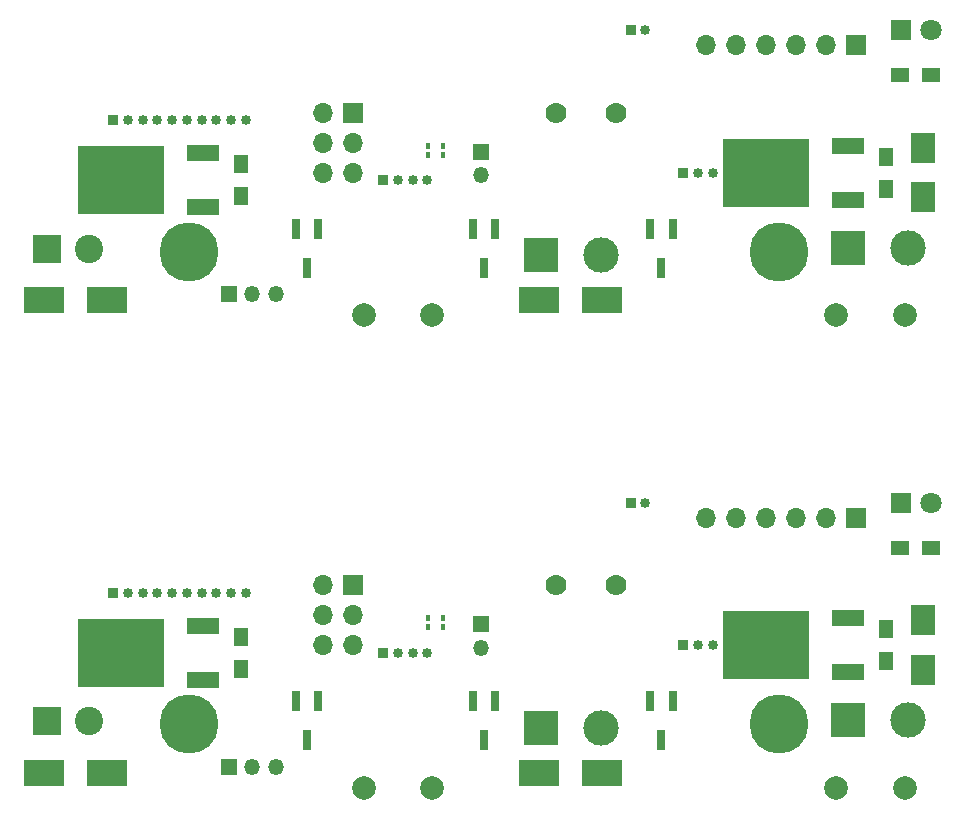
<source format=gbs>
%MOIN*%
%OFA0B0*%
%FSLAX46Y46*%
%IPPOS*%
%LPD*%
%ADD10C,0.0039370078740157488*%
%ADD11R,0.033464566929133861X0.033464566929133861*%
%ADD12C,0.033464566929133861*%
%ADD13C,0.07874015748031496*%
%ADD14C,0.19685039370078741*%
%ADD15R,0.053149606299212608X0.053149606299212608*%
%ADD16O,0.053149606299212608X0.053149606299212608*%
%ADD17R,0.066929133858267723X0.066929133858267723*%
%ADD18O,0.066929133858267723X0.066929133858267723*%
%ADD19R,0.11811023622047245X0.11811023622047245*%
%ADD20C,0.11811023622047245*%
%ADD21R,0.094488188976377951X0.094488188976377951*%
%ADD22C,0.094488188976377951*%
%ADD23R,0.059055118110236227X0.051181102362204731*%
%ADD24R,0.051181102362204731X0.059055118110236227*%
%ADD25R,0.10629921259842522X0.055118110236220472*%
%ADD26R,0.29133858267716539X0.2283464566929134*%
%ADD27R,0.070866141732283464X0.070866141732283464*%
%ADD28C,0.070866141732283464*%
%ADD29R,0.015748031496062995X0.023622047244094488*%
%ADD30C,0.07*%
%ADD31R,0.13779527559055119X0.0905511811023622*%
%ADD32R,0.031496062992125991X0.070866141732283464*%
%ADD33R,0.079921259842519687X0.10433070866141733*%
%ADD44C,0.0039370078740157488*%
%ADD45R,0.033464566929133861X0.033464566929133861*%
%ADD46C,0.033464566929133861*%
%ADD47C,0.07874015748031496*%
%ADD48C,0.19685039370078741*%
%ADD49R,0.053149606299212608X0.053149606299212608*%
%ADD50O,0.053149606299212608X0.053149606299212608*%
%ADD51R,0.066929133858267723X0.066929133858267723*%
%ADD52O,0.066929133858267723X0.066929133858267723*%
%ADD53R,0.11811023622047245X0.11811023622047245*%
%ADD54C,0.11811023622047245*%
%ADD55R,0.094488188976377951X0.094488188976377951*%
%ADD56C,0.094488188976377951*%
%ADD57R,0.059055118110236227X0.051181102362204731*%
%ADD58R,0.051181102362204731X0.059055118110236227*%
%ADD59R,0.10629921259842522X0.055118110236220472*%
%ADD60R,0.29133858267716539X0.2283464566929134*%
%ADD61R,0.070866141732283464X0.070866141732283464*%
%ADD62C,0.070866141732283464*%
%ADD63R,0.015748031496062995X0.023622047244094488*%
%ADD64C,0.07*%
%ADD65R,0.13779527559055119X0.0905511811023622*%
%ADD66R,0.031496062992125991X0.070866141732283464*%
%ADD67R,0.079921259842519687X0.10433070866141733*%
%LPD*%
G01*
D10*
D11*
X-0005157401Y0004896259D02*
X0000337598Y0000821259D03*
D12*
X0000386810Y0000821259D03*
X0000436023Y0000821259D03*
X0000485236Y0000821259D03*
X0000534448Y0000821259D03*
X0000583661Y0000821259D03*
X0000632873Y0000821259D03*
X0000682086Y0000821259D03*
X0000731299Y0000821259D03*
X0000780511Y0000821259D03*
D13*
X0001401771Y0000171259D03*
X0001173425Y0000171259D03*
X0002748425Y0000171259D03*
X0002976771Y0000171259D03*
D11*
X0002062598Y0001121259D03*
D12*
X0002111810Y0001121259D03*
D14*
X0000590551Y0000383700D03*
D15*
X0000722598Y0000241259D03*
D16*
X0000801338Y0000241259D03*
X0000880078Y0000241259D03*
D17*
X0001137598Y0000846259D03*
D18*
X0001037598Y0000846259D03*
X0001137598Y0000746259D03*
X0001037598Y0000746259D03*
X0001137598Y0000646259D03*
X0001037598Y0000646259D03*
D19*
X0001762598Y0000371259D03*
D20*
X0001962598Y0000371259D03*
D14*
X0002559055Y0000383700D03*
D21*
X0000118110Y0000393700D03*
D22*
X0000255905Y0000393700D03*
D15*
X0001562598Y0000716259D03*
D16*
X0001562598Y0000637519D03*
D19*
X0002787598Y0000396259D03*
D20*
X0002987598Y0000396259D03*
D23*
X0002959448Y0000971259D03*
X0003065747Y0000971259D03*
D24*
X0002912598Y0000593110D03*
X0002912598Y0000699409D03*
D25*
X0002787795Y0000736023D03*
X0002787795Y0000556495D03*
D26*
X0002512913Y0000646259D03*
D27*
X0002962598Y0001121259D03*
D28*
X0003062598Y0001121259D03*
D29*
X0001387598Y0000705511D03*
X0001387598Y0000737007D03*
X0001437598Y0000705511D03*
X0001437598Y0000737007D03*
D30*
X0002012598Y0000846259D03*
X0001812598Y0000846259D03*
D31*
X0001968897Y0000221259D03*
X0001756299Y0000221259D03*
D11*
X0001237598Y0000621259D03*
D12*
X0001286810Y0000621259D03*
X0001336023Y0000621259D03*
X0001385236Y0000621259D03*
D17*
X0002812598Y0001071259D03*
D18*
X0002712598Y0001071259D03*
X0002612598Y0001071259D03*
X0002512598Y0001071259D03*
X0002412598Y0001071259D03*
X0002312598Y0001071259D03*
D11*
X0002237598Y0000646259D03*
D12*
X0002286810Y0000646259D03*
X0002336023Y0000646259D03*
D32*
X0000946850Y0000458661D03*
X0001021653Y0000458661D03*
X0000984251Y0000328740D03*
X0001537401Y0000458661D03*
X0001612204Y0000458661D03*
X0001574803Y0000328740D03*
X0002127952Y0000458661D03*
X0002202755Y0000458661D03*
X0002165354Y0000328740D03*
D31*
X0000318897Y0000221259D03*
X0000106299Y0000221259D03*
D25*
X0000637795Y0000711023D03*
X0000637795Y0000531495D03*
D26*
X0000362913Y0000621259D03*
D24*
X0000762598Y0000568110D03*
X0000762598Y0000674409D03*
D33*
X0003037598Y0000563976D03*
X0003037598Y0000728543D03*
G04 next file*
%LPD*%
G04 #@! TF.FileFunction,Soldermask,Bot*
G04 Gerber Fmt 4.6, Leading zero omitted, Abs format (unit mm)*
G04 Created by KiCad (PCBNEW 4.0.7) date 08/24/19 10:44:38*
G01*
G04 APERTURE LIST*
G04 APERTURE END LIST*
D44*
D45*
X-0005157401Y0006471063D02*
X0000337598Y0002396063D03*
D46*
X0000386810Y0002396063D03*
X0000436023Y0002396063D03*
X0000485236Y0002396063D03*
X0000534448Y0002396063D03*
X0000583661Y0002396063D03*
X0000632873Y0002396063D03*
X0000682086Y0002396063D03*
X0000731299Y0002396063D03*
X0000780511Y0002396063D03*
D47*
X0001401771Y0001746063D03*
X0001173425Y0001746063D03*
X0002748425Y0001746063D03*
X0002976771Y0001746063D03*
D45*
X0002062598Y0002696063D03*
D46*
X0002111810Y0002696063D03*
D48*
X0000590551Y0001958504D03*
D49*
X0000722598Y0001816063D03*
D50*
X0000801338Y0001816063D03*
X0000880078Y0001816063D03*
D51*
X0001137598Y0002421063D03*
D52*
X0001037598Y0002421063D03*
X0001137598Y0002321063D03*
X0001037598Y0002321063D03*
X0001137598Y0002221063D03*
X0001037598Y0002221063D03*
D53*
X0001762598Y0001946063D03*
D54*
X0001962598Y0001946063D03*
D48*
X0002559055Y0001958504D03*
D55*
X0000118110Y0001968504D03*
D56*
X0000255905Y0001968504D03*
D49*
X0001562598Y0002291063D03*
D50*
X0001562598Y0002212323D03*
D53*
X0002787598Y0001971063D03*
D54*
X0002987598Y0001971063D03*
D57*
X0002959448Y0002546063D03*
X0003065747Y0002546063D03*
D58*
X0002912598Y0002167913D03*
X0002912598Y0002274212D03*
D59*
X0002787795Y0002310826D03*
X0002787795Y0002131299D03*
D60*
X0002512913Y0002221063D03*
D61*
X0002962598Y0002696063D03*
D62*
X0003062598Y0002696063D03*
D63*
X0001387598Y0002280315D03*
X0001387598Y0002311811D03*
X0001437598Y0002280315D03*
X0001437598Y0002311811D03*
D64*
X0002012598Y0002421063D03*
X0001812598Y0002421063D03*
D65*
X0001968897Y0001796063D03*
X0001756299Y0001796063D03*
D45*
X0001237598Y0002196063D03*
D46*
X0001286810Y0002196063D03*
X0001336023Y0002196063D03*
X0001385236Y0002196063D03*
D51*
X0002812598Y0002646063D03*
D52*
X0002712598Y0002646063D03*
X0002612598Y0002646063D03*
X0002512598Y0002646063D03*
X0002412598Y0002646063D03*
X0002312598Y0002646063D03*
D45*
X0002237598Y0002221063D03*
D46*
X0002286810Y0002221063D03*
X0002336023Y0002221063D03*
D66*
X0000946850Y0002033464D03*
X0001021653Y0002033464D03*
X0000984251Y0001903543D03*
X0001537401Y0002033464D03*
X0001612204Y0002033464D03*
X0001574803Y0001903543D03*
X0002127952Y0002033464D03*
X0002202755Y0002033464D03*
X0002165354Y0001903543D03*
D65*
X0000318897Y0001796063D03*
X0000106299Y0001796063D03*
D59*
X0000637795Y0002285826D03*
X0000637795Y0002106299D03*
D60*
X0000362913Y0002196063D03*
D58*
X0000762598Y0002142913D03*
X0000762598Y0002249212D03*
D67*
X0003037598Y0002138779D03*
X0003037598Y0002303346D03*
M02*
</source>
